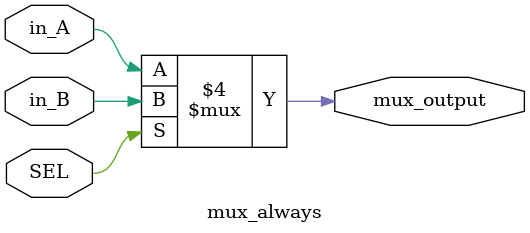
<source format=v>
module mux_always #(parameter integer WIDTH = 1)(  // Modulo mux realiza a selecao dos dados
    input wire [WIDTH-1:0] in_A,            // Entrada 0, in_A = primeira entrada do mux
    input wire [WIDTH-1:0] in_B,            // Entrada 1, in_B = segunda entrada do mux
    input wire SEL,                         // Sinal de selecao, qual das duas entradas sera passada para a saida
    output reg[WIDTH-1:0] mux_output  );    // A saida do mux

    always @(*) 
        begin
            if (SEL == 1)                   //Se SEL for 1(true) a saida sera igual a in_B
                mux_output = in_B;
            else                            //Se nao, (false) a saida sera igual a in_A
                mux_output = in_A;
        end
endmodule                                   //Indica o final do modulo

</source>
